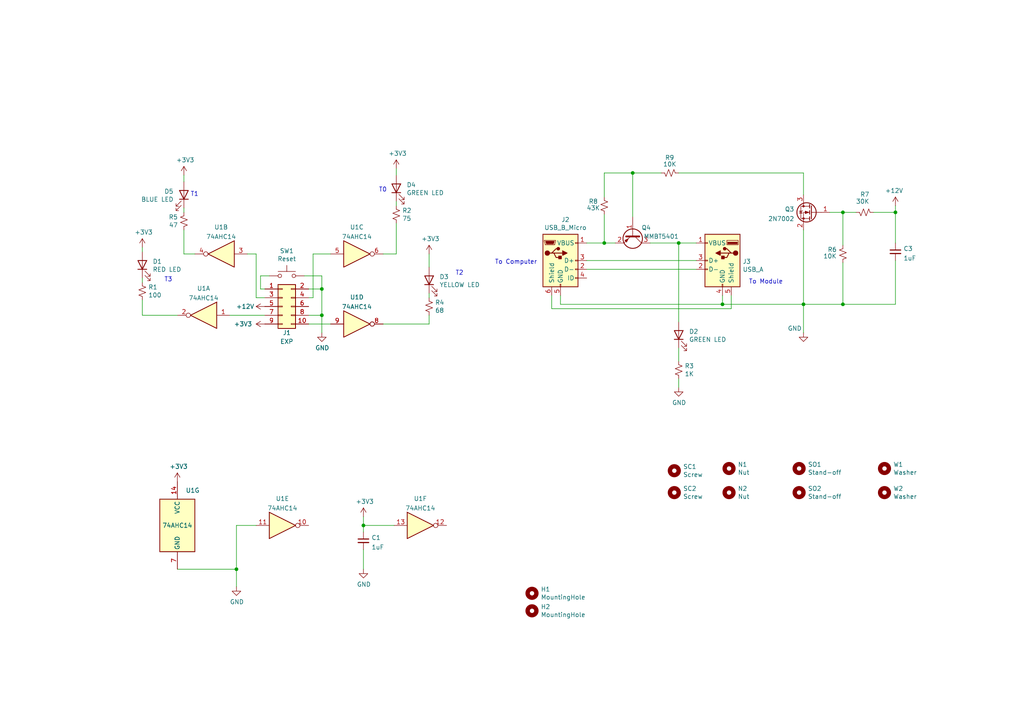
<source format=kicad_sch>
(kicad_sch (version 20211123) (generator eeschema)
  (paper "A4")
  (title_block (rev "1.1"))
  (lib_symbols
    (symbol "74xx:74AHC04"
      (property "Reference" "U" (at 0 1.27 0))
      (property "Value" "74AHC04" (at 0 -1.27 0))
      (symbol "74AHC04_1_0"
        (polyline (pts (xy -3.81 3.81) (xy -3.81 -3.81) (xy 3.81 0) (xy -3.81 3.81)) (stroke (width 0.254)) (fill (type background)))
        (pin input line (at -7.62 0 0) (length 3.81) (name "~") (number "1"))
        (pin output inverted (at 7.62 0 180) (length 3.81) (name "~") (number "2"))
      )
      (symbol "74AHC04_2_0"
        (polyline (pts (xy -3.81 3.81) (xy -3.81 -3.81) (xy 3.81 0) (xy -3.81 3.81)) (stroke (width 0.254)) (fill (type background)))
        (pin input line (at -7.62 0 0) (length 3.81) (name "~") (number "3"))
        (pin output inverted (at 7.62 0 180) (length 3.81) (name "~") (number "4"))
      )
      (symbol "74AHC04_3_0"
        (polyline (pts (xy -3.81 3.81) (xy -3.81 -3.81) (xy 3.81 0) (xy -3.81 3.81)) (stroke (width 0.254)) (fill (type background)))
        (pin input line (at -7.62 0 0) (length 3.81) (name "~") (number "5"))
        (pin output inverted (at 7.62 0 180) (length 3.81) (name "~") (number "6"))
      )
      (symbol "74AHC04_4_0"
        (polyline (pts (xy -3.81 3.81) (xy -3.81 -3.81) (xy 3.81 0) (xy -3.81 3.81)) (stroke (width 0.254)) (fill (type background)))
        (pin output inverted (at 7.62 0 180) (length 3.81) (name "~") (number "8"))
        (pin input line (at -7.62 0 0) (length 3.81) (name "~") (number "9"))
      )
      (symbol "74AHC04_5_0"
        (polyline (pts (xy -3.81 3.81) (xy -3.81 -3.81) (xy 3.81 0) (xy -3.81 3.81)) (stroke (width 0.254)) (fill (type background)))
        (pin output inverted (at 7.62 0 180) (length 3.81) (name "~") (number "10"))
        (pin input line (at -7.62 0 0) (length 3.81) (name "~") (number "11"))
      )
      (symbol "74AHC04_6_0"
        (polyline (pts (xy -3.81 3.81) (xy -3.81 -3.81) (xy 3.81 0) (xy -3.81 3.81)) (stroke (width 0.254)) (fill (type background)))
        (pin output inverted (at 7.62 0 180) (length 3.81) (name "~") (number "12"))
        (pin input line (at -7.62 0 0) (length 3.81) (name "~") (number "13"))
      )
      (symbol "74AHC04_7_0"
        (pin power_in line (at 0 12.7 270) (length 5.08) (name "VCC") (number "14"))
        (pin power_in line (at 0 -12.7 90) (length 5.08) (name "GND") (number "7"))
      )
      (symbol "74AHC04_7_1"
        (rectangle (start -5.08 7.62) (end 5.08 -7.62) (stroke (width 0.254)) (fill (type background)))
      )
    )
    (symbol "Connector:USB_A" (pin_names (offset 1.016))
      (property "Reference" "J" (at -5.08 11.43 0))
      (property "Value" "USB_A" (at -5.08 8.89 0))
      (symbol "USB_A_0_1"
        (rectangle (start -5.08 -7.62) (end 5.08 7.62) (stroke (width 0.254)) (fill (type background)))
        (circle (center -3.81 2.159) (radius 0.635) (stroke (width 0.254)) (fill (type outline)))
        (rectangle (start -1.524 4.826) (end -4.318 5.334) (fill (type outline)))
        (rectangle (start -1.27 4.572) (end -4.572 5.842))
        (circle (center -0.635 3.429) (radius 0.381) (stroke (width 0.254)) (fill (type outline)))
        (rectangle (start -0.127 -7.62) (end 0.127 -6.858))
        (polyline (pts (xy -3.175 2.159) (xy -2.54 2.159) (xy -1.27 3.429) (xy -0.635 3.429)) (stroke (width 0.254)))
        (polyline (pts (xy -2.54 2.159) (xy -1.905 2.159) (xy -1.27 0.889) (xy 0 0.889)) (stroke (width 0.254)))
        (polyline (pts (xy 0.635 2.794) (xy 0.635 1.524) (xy 1.905 2.159) (xy 0.635 2.794)) (stroke (width 0.254)) (fill (type outline)))
        (rectangle (start 0.254 1.27) (end -0.508 0.508) (stroke (width 0.254)) (fill (type outline)))
        (rectangle (start 5.08 -2.667) (end 4.318 -2.413))
        (rectangle (start 5.08 -0.127) (end 4.318 0.127))
        (rectangle (start 5.08 4.953) (end 4.318 5.207))
      )
      (symbol "USB_A_1_1"
        (polyline (pts (xy -1.905 2.159) (xy 0.635 2.159)) (stroke (width 0.254)))
        (pin power_in line (at 7.62 5.08 180) (length 2.54) (name "VBUS") (number "1"))
        (pin bidirectional line (at 7.62 -2.54 180) (length 2.54) (name "D-") (number "2"))
        (pin bidirectional line (at 7.62 0 180) (length 2.54) (name "D+") (number "3"))
        (pin power_in line (at 0 -10.16 90) (length 2.54) (name "GND") (number "4"))
        (pin passive line (at -2.54 -10.16 90) (length 2.54) (name "Shield") (number "5"))
      )
    )
    (symbol "Connector:USB_B_Micro" (pin_names (offset 1.016))
      (property "Reference" "J" (at -5.08 11.43 0))
      (property "Value" "USB_B_Micro" (at -5.08 8.89 0))
      (symbol "USB_B_Micro_0_1"
        (rectangle (start -5.08 -7.62) (end 5.08 7.62) (stroke (width 0.254)) (fill (type background)))
        (circle (center -3.81 2.159) (radius 0.635) (stroke (width 0.254)) (fill (type outline)))
        (circle (center -0.635 3.429) (radius 0.381) (stroke (width 0.254)) (fill (type outline)))
        (rectangle (start -0.127 -7.62) (end 0.127 -6.858))
        (polyline (pts (xy -1.905 2.159) (xy 0.635 2.159)) (stroke (width 0.254)))
        (polyline (pts (xy -3.175 2.159) (xy -2.54 2.159) (xy -1.27 3.429) (xy -0.635 3.429)) (stroke (width 0.254)))
        (polyline (pts (xy -2.54 2.159) (xy -1.905 2.159) (xy -1.27 0.889) (xy 0 0.889)) (stroke (width 0.254)))
        (polyline (pts (xy 0.635 2.794) (xy 0.635 1.524) (xy 1.905 2.159) (xy 0.635 2.794)) (stroke (width 0.254)) (fill (type outline)))
        (polyline (pts (xy -4.318 5.588) (xy -1.778 5.588) (xy -2.032 4.826) (xy -4.064 4.826) (xy -4.318 5.588)) (fill (type outline)))
        (polyline (pts (xy -4.699 5.842) (xy -4.699 5.588) (xy -4.445 4.826) (xy -4.445 4.572) (xy -1.651 4.572) (xy -1.651 4.826) (xy -1.397 5.588) (xy -1.397 5.842) (xy -4.699 5.842)))
        (rectangle (start 0.254 1.27) (end -0.508 0.508) (stroke (width 0.254)) (fill (type outline)))
        (rectangle (start 5.08 -5.207) (end 4.318 -4.953))
        (rectangle (start 5.08 -2.667) (end 4.318 -2.413))
        (rectangle (start 5.08 -0.127) (end 4.318 0.127))
        (rectangle (start 5.08 4.953) (end 4.318 5.207))
      )
      (symbol "USB_B_Micro_1_1"
        (pin power_out line (at 7.62 5.08 180) (length 2.54) (name "VBUS") (number "1"))
        (pin bidirectional line (at 7.62 -2.54 180) (length 2.54) (name "D-") (number "2"))
        (pin bidirectional line (at 7.62 0 180) (length 2.54) (name "D+") (number "3"))
        (pin passive line (at 7.62 -5.08 180) (length 2.54) (name "ID") (number "4"))
        (pin power_out line (at 0 -10.16 90) (length 2.54) (name "GND") (number "5"))
        (pin passive line (at -2.54 -10.16 90) (length 2.54) (name "Shield") (number "6"))
      )
    )
    (symbol "Connector_Generic:Conn_02x05_Odd_Even" (pin_names (offset 1.016) hide)
      (property "Reference" "J" (at 1.27 7.62 0))
      (property "Value" "Conn_02x05_Odd_Even" (at 1.27 -7.62 0))
      (symbol "Conn_02x05_Odd_Even_1_1"
        (rectangle (start -1.27 -4.953) (end 0 -5.207) (stroke (width 0.1524)))
        (rectangle (start -1.27 -2.413) (end 0 -2.667) (stroke (width 0.1524)))
        (rectangle (start -1.27 0.127) (end 0 -0.127) (stroke (width 0.1524)))
        (rectangle (start -1.27 2.667) (end 0 2.413) (stroke (width 0.1524)))
        (rectangle (start -1.27 5.207) (end 0 4.953) (stroke (width 0.1524)))
        (rectangle (start -1.27 6.35) (end 3.81 -6.35) (stroke (width 0.254)) (fill (type background)))
        (rectangle (start 3.81 -4.953) (end 2.54 -5.207) (stroke (width 0.1524)))
        (rectangle (start 3.81 -2.413) (end 2.54 -2.667) (stroke (width 0.1524)))
        (rectangle (start 3.81 0.127) (end 2.54 -0.127) (stroke (width 0.1524)))
        (rectangle (start 3.81 2.667) (end 2.54 2.413) (stroke (width 0.1524)))
        (rectangle (start 3.81 5.207) (end 2.54 4.953) (stroke (width 0.1524)))
        (pin passive line (at -5.08 5.08 0) (length 3.81) (name "Pin_1") (number "1"))
        (pin passive line (at 7.62 -5.08 180) (length 3.81) (name "Pin_10") (number "10"))
        (pin passive line (at 7.62 5.08 180) (length 3.81) (name "Pin_2") (number "2"))
        (pin passive line (at -5.08 2.54 0) (length 3.81) (name "Pin_3") (number "3"))
        (pin passive line (at 7.62 2.54 180) (length 3.81) (name "Pin_4") (number "4"))
        (pin passive line (at -5.08 0 0) (length 3.81) (name "Pin_5") (number "5"))
        (pin passive line (at 7.62 0 180) (length 3.81) (name "Pin_6") (number "6"))
        (pin passive line (at -5.08 -2.54 0) (length 3.81) (name "Pin_7") (number "7"))
        (pin passive line (at 7.62 -2.54 180) (length 3.81) (name "Pin_8") (number "8"))
        (pin passive line (at -5.08 -5.08 0) (length 3.81) (name "Pin_9") (number "9"))
      )
    )
    (symbol "Device:C_Small" (pin_numbers hide) (pin_names (offset 0.254) hide)
      (property "Reference" "C" (at 0.254 1.778 0))
      (property "Value" "C_Small" (at 0.254 -2.032 0))
      (symbol "C_Small_0_1"
        (polyline (pts (xy -1.524 -0.508) (xy 1.524 -0.508)) (stroke (width 0.3302)))
        (polyline (pts (xy -1.524 0.508) (xy 1.524 0.508)) (stroke (width 0.3048)))
      )
      (symbol "C_Small_1_1"
        (pin passive line (at 0 2.54 270) (length 2.032) (name "~") (number "1"))
        (pin passive line (at 0 -2.54 90) (length 2.032) (name "~") (number "2"))
      )
    )
    (symbol "Device:LED" (pin_numbers hide) (pin_names (offset 1.016) hide)
      (property "Reference" "D" (at 0 2.54 0))
      (property "Value" "LED" (at 0 -2.54 0))
      (symbol "LED_0_1"
        (polyline (pts (xy -1.27 -1.27) (xy -1.27 1.27)) (stroke (width 0.254)))
        (polyline (pts (xy -1.27 0) (xy 1.27 0)))
        (polyline (pts (xy 1.27 -1.27) (xy 1.27 1.27) (xy -1.27 0) (xy 1.27 -1.27)) (stroke (width 0.254)))
        (polyline (pts (xy -3.048 -0.762) (xy -4.572 -2.286) (xy -3.81 -2.286) (xy -4.572 -2.286) (xy -4.572 -1.524)))
        (polyline (pts (xy -1.778 -0.762) (xy -3.302 -2.286) (xy -2.54 -2.286) (xy -3.302 -2.286) (xy -3.302 -1.524)))
      )
      (symbol "LED_1_1"
        (pin passive line (at -3.81 0 0) (length 2.54) (name "K") (number "1"))
        (pin passive line (at 3.81 0 180) (length 2.54) (name "A") (number "2"))
      )
    )
    (symbol "Device:R_Small_US" (pin_numbers hide) (pin_names (offset 0.254) hide)
      (property "Reference" "R" (at 0.762 0.508 0))
      (property "Value" "R_Small_US" (at 0.762 -1.016 0))
      (symbol "R_Small_US_1_1"
        (polyline (pts (xy 0 0) (xy 1.016 -0.381) (xy 0 -0.762) (xy -1.016 -1.143) (xy 0 -1.524)))
        (polyline (pts (xy 0 1.524) (xy 1.016 1.143) (xy 0 0.762) (xy -1.016 0.381) (xy 0 0)))
        (pin passive line (at 0 2.54 270) (length 1.016) (name "~") (number "1"))
        (pin passive line (at 0 -2.54 90) (length 1.016) (name "~") (number "2"))
      )
    )
    (symbol "Mechanical:MountingHole" (pin_names (offset 1.016))
      (property "Reference" "H" (at 0 5.08 0))
      (property "Value" "MountingHole" (at 0 3.175 0))
      (symbol "MountingHole_0_1"
        (circle (center 0 0) (radius 1.27) (stroke (width 1.27)))
      )
    )
    (symbol "Switch:SW_Push" (pin_numbers hide) (pin_names (offset 1.016) hide)
      (property "Reference" "SW" (at 1.27 2.54 0))
      (property "Value" "SW_Push" (at 0 -1.524 0))
      (symbol "SW_Push_0_1"
        (circle (center -2.032 0) (radius 0.508))
        (polyline (pts (xy 0 1.27) (xy 0 3.048)))
        (polyline (pts (xy 2.54 1.27) (xy -2.54 1.27)))
        (circle (center 2.032 0) (radius 0.508))
        (pin passive line (at -5.08 0 0) (length 2.54) (name "1") (number "1"))
        (pin passive line (at 5.08 0 180) (length 2.54) (name "2") (number "2"))
      )
    )
    (symbol "Transistor_BJT:MMBT3906" (pin_names (offset 0) hide)
      (property "Reference" "Q" (at 5.08 1.905 0))
      (property "Value" "MMBT3906" (at 5.08 0 0))
      (symbol "MMBT3906_0_1"
        (polyline (pts (xy 0.635 0.635) (xy 2.54 2.54)))
        (polyline (pts (xy 0.635 -0.635) (xy 2.54 -2.54) (xy 2.54 -2.54)))
        (polyline (pts (xy 0.635 1.905) (xy 0.635 -1.905) (xy 0.635 -1.905)) (stroke (width 0.508)))
        (polyline (pts (xy 2.286 -1.778) (xy 1.778 -2.286) (xy 1.27 -1.27) (xy 2.286 -1.778) (xy 2.286 -1.778)) (fill (type outline)))
        (circle (center 1.27 0) (radius 2.8194) (stroke (width 0.254)))
      )
      (symbol "MMBT3906_1_1"
        (pin input line (at -5.08 0 0) (length 5.715) (name "B") (number "1"))
        (pin passive line (at 2.54 -5.08 90) (length 2.54) (name "E") (number "2"))
        (pin passive line (at 2.54 5.08 270) (length 2.54) (name "C") (number "3"))
      )
    )
    (symbol "Transistor_FET:2N7002" (pin_names hide)
      (property "Reference" "Q" (at 5.08 1.905 0))
      (property "Value" "2N7002" (at 5.08 0 0))
      (symbol "2N7002_0_1"
        (polyline (pts (xy 0.254 0) (xy -2.54 0)))
        (polyline (pts (xy 0.254 1.905) (xy 0.254 -1.905)) (stroke (width 0.254)))
        (polyline (pts (xy 0.762 -1.27) (xy 0.762 -2.286)) (stroke (width 0.254)))
        (polyline (pts (xy 0.762 0.508) (xy 0.762 -0.508)) (stroke (width 0.254)))
        (polyline (pts (xy 0.762 2.286) (xy 0.762 1.27)) (stroke (width 0.254)))
        (polyline (pts (xy 2.54 2.54) (xy 2.54 1.778)))
        (polyline (pts (xy 2.54 -2.54) (xy 2.54 0) (xy 0.762 0)))
        (polyline (pts (xy 0.762 -1.778) (xy 3.302 -1.778) (xy 3.302 1.778) (xy 0.762 1.778)))
        (polyline (pts (xy 1.016 0) (xy 2.032 0.381) (xy 2.032 -0.381) (xy 1.016 0)) (fill (type outline)))
        (polyline (pts (xy 2.794 0.508) (xy 2.921 0.381) (xy 3.683 0.381) (xy 3.81 0.254)))
        (polyline (pts (xy 3.302 0.381) (xy 2.921 -0.254) (xy 3.683 -0.254) (xy 3.302 0.381)))
        (circle (center 1.651 0) (radius 2.794) (stroke (width 0.254)))
        (circle (center 2.54 -1.778) (radius 0.254) (fill (type outline)))
        (circle (center 2.54 1.778) (radius 0.254) (fill (type outline)))
      )
      (symbol "2N7002_1_1"
        (pin input line (at -5.08 0 0) (length 2.54) (name "G") (number "1"))
        (pin passive line (at 2.54 -5.08 90) (length 2.54) (name "S") (number "2"))
        (pin passive line (at 2.54 5.08 270) (length 2.54) (name "D") (number "3"))
      )
    )
    (symbol "power:+12V" (power) (pin_names (offset 0))
      (property "Value" "+12V" (at 0 3.556 0))
      (symbol "+12V_0_1"
        (polyline (pts (xy -0.762 1.27) (xy 0 2.54)))
        (polyline (pts (xy 0 0) (xy 0 2.54)))
        (polyline (pts (xy 0 2.54) (xy 0.762 1.27)))
      )
      (symbol "+12V_1_1"
        (pin power_in line (at 0 0 90) (length 0) hide (name "+12V") (number "1"))
      )
    )
    (symbol "power:+3.3V" (power) (pin_names (offset 0))
      (property "Value" "+3.3V" (at 0 3.556 0))
      (symbol "+3.3V_0_1"
        (polyline (pts (xy -0.762 1.27) (xy 0 2.54)))
        (polyline (pts (xy 0 0) (xy 0 2.54)))
        (polyline (pts (xy 0 2.54) (xy 0.762 1.27)))
      )
      (symbol "+3.3V_1_1"
        (pin power_in line (at 0 0 90) (length 0) hide (name "+3V3") (number "1"))
      )
    )
    (symbol "power:GND" (power) (pin_names (offset 0))
      (property "Value" "GND" (at 0 -3.81 0))
      (symbol "GND_0_1"
        (polyline (pts (xy 0 0) (xy 0 -1.27) (xy 1.27 -1.27) (xy 0 -2.54) (xy -1.27 -1.27) (xy 0 -1.27)))
      )
      (symbol "GND_1_1"
        (pin power_in line (at 0 0 270) (length 0) hide (name "GND") (number "1"))
      )
    )
  )
  (junction (at 68.58 165.1))
  (junction (at 209.55 88.265))
  (junction (at 183.515 50.165))
  (junction (at 93.345 91.44))
  (junction (at 244.475 61.595))
  (junction (at 196.85 70.485))
  (junction (at 105.41 152.4))
  (junction (at 259.715 61.595))
  (junction (at 233.045 88.265))
  (junction (at 244.475 88.265))
  (junction (at 175.26 70.485))
  (junction (at 93.345 83.82))
  (wire (pts (xy 105.41 159.385) (xy 105.41 165.1)))
  (wire (pts (xy 175.26 57.15) (xy 175.26 50.165)))
  (wire (pts (xy 66.675 91.44) (xy 76.835 91.44)))
  (wire (pts (xy 41.275 71.755) (xy 41.275 73.025)))
  (wire (pts (xy 93.345 80.01) (xy 93.345 83.82)))
  (wire (pts (xy 188.595 70.485) (xy 196.85 70.485)))
  (wire (pts (xy 114.935 73.66) (xy 111.125 73.66)))
  (wire (pts (xy 105.41 149.86) (xy 105.41 152.4)))
  (wire (pts (xy 90.805 73.66) (xy 95.885 73.66)))
  (wire (pts (xy 170.18 70.485) (xy 175.26 70.485)))
  (wire (pts (xy 233.045 88.265) (xy 233.045 96.52)))
  (wire (pts (xy 248.285 61.595) (xy 244.475 61.595)))
  (wire (pts (xy 233.045 66.675) (xy 233.045 88.265)))
  (wire (pts (xy 183.515 62.865) (xy 183.515 50.165)))
  (wire (pts (xy 196.85 100.965) (xy 196.85 104.775)))
  (wire (pts (xy 259.715 61.595) (xy 253.365 61.595)))
  (wire (pts (xy 53.34 66.675) (xy 53.34 73.66)))
  (wire (pts (xy 41.275 86.995) (xy 41.275 91.44)))
  (wire (pts (xy 88.265 80.01) (xy 93.345 80.01)))
  (wire (pts (xy 90.805 86.36) (xy 90.805 73.66)))
  (wire (pts (xy 209.55 88.265) (xy 233.045 88.265)))
  (wire (pts (xy 93.345 91.44) (xy 93.345 96.52)))
  (wire (pts (xy 196.85 109.855) (xy 196.85 112.395)))
  (wire (pts (xy 114.935 48.895) (xy 114.935 50.8)))
  (wire (pts (xy 68.58 165.1) (xy 68.58 152.4)))
  (wire (pts (xy 68.58 152.4) (xy 74.295 152.4)))
  (wire (pts (xy 105.41 152.4) (xy 105.41 154.305)))
  (wire (pts (xy 233.045 56.515) (xy 233.045 50.165)))
  (wire (pts (xy 259.715 88.265) (xy 244.475 88.265)))
  (wire (pts (xy 75.565 83.82) (xy 75.565 80.01)))
  (wire (pts (xy 89.535 83.82) (xy 93.345 83.82)))
  (wire (pts (xy 53.34 73.66) (xy 56.515 73.66)))
  (wire (pts (xy 124.46 91.44) (xy 124.46 93.98)))
  (wire (pts (xy 175.26 50.165) (xy 183.515 50.165)))
  (wire (pts (xy 89.535 91.44) (xy 93.345 91.44)))
  (wire (pts (xy 68.58 170.18) (xy 68.58 165.1)))
  (wire (pts (xy 41.275 80.645) (xy 41.275 81.915)))
  (wire (pts (xy 53.34 60.325) (xy 53.34 61.595)))
  (wire (pts (xy 244.475 88.265) (xy 233.045 88.265)))
  (wire (pts (xy 124.46 85.09) (xy 124.46 86.36)))
  (wire (pts (xy 124.46 73.66) (xy 124.46 77.47)))
  (wire (pts (xy 76.835 86.36) (xy 74.295 86.36)))
  (wire (pts (xy 259.715 61.595) (xy 259.715 70.485)))
  (wire (pts (xy 259.715 75.565) (xy 259.715 88.265)))
  (wire (pts (xy 160.02 85.725) (xy 160.02 89.535)))
  (wire (pts (xy 175.26 70.485) (xy 178.435 70.485)))
  (wire (pts (xy 244.475 71.12) (xy 244.475 61.595)))
  (wire (pts (xy 170.18 78.105) (xy 201.93 78.105)))
  (wire (pts (xy 93.345 83.82) (xy 93.345 91.44)))
  (wire (pts (xy 175.26 62.23) (xy 175.26 70.485)))
  (wire (pts (xy 244.475 76.2) (xy 244.475 88.265)))
  (wire (pts (xy 74.295 86.36) (xy 74.295 73.66)))
  (wire (pts (xy 259.715 59.69) (xy 259.715 61.595)))
  (wire (pts (xy 233.045 50.165) (xy 196.85 50.165)))
  (wire (pts (xy 75.565 80.01) (xy 78.105 80.01)))
  (wire (pts (xy 89.535 86.36) (xy 90.805 86.36)))
  (wire (pts (xy 170.18 75.565) (xy 201.93 75.565)))
  (wire (pts (xy 196.85 70.485) (xy 201.93 70.485)))
  (wire (pts (xy 53.34 50.8) (xy 53.34 52.705)))
  (wire (pts (xy 114.935 58.42) (xy 114.935 59.69)))
  (wire (pts (xy 105.41 152.4) (xy 114.3 152.4)))
  (wire (pts (xy 51.435 165.1) (xy 68.58 165.1)))
  (wire (pts (xy 209.55 88.265) (xy 209.55 85.725)))
  (wire (pts (xy 51.435 91.44) (xy 41.275 91.44)))
  (wire (pts (xy 162.56 85.725) (xy 162.56 88.265)))
  (wire (pts (xy 244.475 61.595) (xy 240.665 61.595)))
  (wire (pts (xy 114.935 64.77) (xy 114.935 73.66)))
  (wire (pts (xy 71.755 73.66) (xy 74.295 73.66)))
  (wire (pts (xy 212.09 89.535) (xy 212.09 85.725)))
  (wire (pts (xy 160.02 89.535) (xy 212.09 89.535)))
  (wire (pts (xy 183.515 50.165) (xy 191.77 50.165)))
  (wire (pts (xy 89.535 93.98) (xy 95.885 93.98)))
  (wire (pts (xy 111.125 93.98) (xy 124.46 93.98)))
  (wire (pts (xy 76.835 83.82) (xy 75.565 83.82)))
  (wire (pts (xy 196.85 70.485) (xy 196.85 93.345)))
  (wire (pts (xy 162.56 88.265) (xy 209.55 88.265)))
  (text "To Computer" (at 143.51 76.835 0) (effects (font (size 1.27 1.27)) (justify left bottom)))
  (text "T0" (at 109.855 55.88 0) (effects (font (size 1.27 1.27)) (justify left bottom)))
  (text "T1" (at 55.245 57.15 0) (effects (font (size 1.27 1.27)) (justify left bottom)))
  (text "T3" (at 47.625 81.915 0) (effects (font (size 1.27 1.27)) (justify left bottom)))
  (text "To Module" (at 217.17 82.55 0) (effects (font (size 1.27 1.27)) (justify left bottom)))
  (text "T2" (at 132.08 80.01 0) (effects (font (size 1.27 1.27)) (justify left bottom)))
  (symbol (lib_id "Mechanical:MountingHole") (at 154.305 172.085 0) (unit 1) (in_bom no)
    (property "Reference" "H1" (at 156.845 170.9166 0) (effects (justify left)))
    (property "Value" "MountingHole" (at 156.845 173.228 0) (effects (justify left)))
    (property "Footprint" "MountingHole:MountingHole_2.5mm" (effects hide))
  )
  (symbol (lib_id "Mechanical:MountingHole") (at 154.305 177.165 0) (unit 1) (in_bom no)
    (property "Reference" "H2" (at 156.845 175.9966 0) (effects (justify left)))
    (property "Value" "MountingHole" (at 156.845 178.308 0) (effects (justify left)))
    (property "Footprint" "MountingHole:MountingHole_2.5mm" (effects hide))
  )
  (symbol (lib_id "Device:R_Small_US") (at 124.46 88.9 180) (unit 1)
    (property "Reference" "R4" (at 126.1872 87.7316 0) (effects (justify right)))
    (property "Value" "68" (at 126.1872 90.043 0) (effects (justify right)))
    (property "Footprint" "Resistor_SMD:R_0805_2012Metric_Pad1.20x1.40mm_HandSolder" (effects hide))
    (property "LCSC Part #" "C17802" (effects hide))
  )
  (symbol (lib_id "Device:LED") (at 124.46 81.28 90) (unit 1)
    (property "Reference" "D3" (at 127.4572 80.2894 90) (effects (justify right)))
    (property "Value" "YELLOW LED" (at 127.4572 82.6008 90) (effects (justify right)))
    (property "Footprint" "LED_THT:LED_D3.0mm" (effects hide))
    (property "Digi-Key Part" "732-5010-ND" (effects hide))
  )
  (symbol (lib_id "Switch:SW_Push") (at 83.185 80.01 0) (unit 1)
    (property "Reference" "SW1" (at 83.185 72.771 0))
    (property "Value" "Reset" (at 83.185 75.0824 0))
    (property "Footprint" "Button_Switch_THT:SW_PUSH_6mm" (effects hide))
    (property "Digi-Key Part" "450-1940-ND" (effects hide))
  )
  (symbol (lib_id "power:+3.3V") (at 76.835 93.98 90) (unit 1)
    (property "Reference" "#PWR0101" (effects hide))
    (property "Value" "+3.3V" (at 70.485 93.98 90))
  )
  (symbol (lib_id "Device:R_Small_US") (at 41.275 84.455 180) (unit 1)
    (property "Reference" "R1" (at 43.0022 83.2866 0) (effects (justify right)))
    (property "Value" "100" (at 43.0022 85.598 0) (effects (justify right)))
    (property "Footprint" "Resistor_SMD:R_0805_2012Metric_Pad1.20x1.40mm_HandSolder" (effects hide))
    (property "LCSC Part #" "C17408" (effects hide))
  )
  (symbol (lib_id "Device:LED") (at 41.275 76.835 90) (unit 1)
    (property "Reference" "D1" (at 44.2722 75.8444 90) (effects (justify right)))
    (property "Value" "RED LED" (at 44.2722 78.1558 90) (effects (justify right)))
    (property "Footprint" "LED_THT:LED_D3.0mm" (effects hide))
    (property "Digi-Key Part" "732-5005-ND" (effects hide))
  )
  (symbol (lib_id "Device:LED") (at 196.85 97.155 90) (unit 1)
    (property "Reference" "D2" (at 199.8472 96.1644 90) (effects (justify right)))
    (property "Value" "GREEN LED" (at 199.8472 98.4758 90) (effects (justify right)))
    (property "Footprint" "LED_THT:LED_D3.0mm" (effects hide))
    (property "Digi-Key Part" "732-5008-ND" (effects hide))
  )
  (symbol (lib_id "power:GND") (at 196.85 112.395 0) (unit 1)
    (property "Reference" "#PWR06" (effects hide))
    (property "Value" "GND" (at 196.977 116.7892 0))
  )
  (symbol (lib_id "Connector:USB_B_Micro") (at 162.56 75.565 0) (unit 1)
    (property "Reference" "J2" (at 164.0078 63.7032 0))
    (property "Value" "USB_B_Micro" (at 164.0078 66.0146 0))
    (property "Footprint" "Connector_USB:USB_Micro-B_Wuerth_614105150721_Vertical" (effects hide))
    (property "Digi-Key Part" "2073-USB3131-30-0230-ACT-ND" (effects hide))
  )
  (symbol (lib_id "Connector:USB_A") (at 209.55 75.565 0) (mirror y) (unit 1)
    (property "Reference" "J3" (at 215.392 75.8444 0) (effects (justify right)))
    (property "Value" "USB_A" (at 215.392 78.1558 0) (effects (justify right)))
    (property "Footprint" "sputterizer:USB_A_Amphenol_UE27AE54100_Vertical" (effects hide))
    (property "Datasheet" " ~" (effects hide))
    (property "Digi-Key Part" "UE27AE54100-ND" (effects hide))
    (property "LCSC Part #" "C718031" (effects hide))
  )
  (symbol (lib_id "power:+12V") (at 76.835 88.9 90) (unit 1)
    (property "Reference" "#PWR01" (effects hide))
    (property "Value" "+12V" (at 71.12 88.9 90))
  )
  (symbol (lib_id "power:GND") (at 93.345 96.52 0) (unit 1)
    (property "Reference" "#PWR02" (effects hide))
    (property "Value" "GND" (at 93.472 100.9142 0))
  )
  (symbol (lib_id "power:GND") (at 233.045 96.52 0) (mirror y) (unit 1)
    (property "Reference" "#PWR04" (effects hide))
    (property "Value" "GND" (at 230.505 95.25 0))
  )
  (symbol (lib_id "Device:R_Small_US") (at 244.475 73.66 0) (mirror y) (unit 1)
    (property "Reference" "R6" (at 240.03 72.39 0) (effects (justify right)))
    (property "Value" "10K" (at 238.76 74.295 0) (effects (justify right)))
    (property "Footprint" "Resistor_SMD:R_0805_2012Metric_Pad1.20x1.40mm_HandSolder" (effects hide))
    (property "LCSC Part #" "C17414" (effects hide))
  )
  (symbol (lib_id "Mechanical:MountingHole") (at 231.775 135.89 0) (unit 1) (on_board no)
    (property "Reference" "SO1" (at 234.315 134.7216 0) (effects (justify left)))
    (property "Value" "Stand-off" (at 234.315 137.033 0) (effects (justify left)))
    (property "Footprint" "MountingHole:MountingHole_2.5mm" (effects hide))
    (property "Digi-Key Part" "1772-2756-ND" (effects hide))
  )
  (symbol (lib_id "74xx:74AHC04") (at 81.915 152.4 0) (unit 5)
    (property "Reference" "U1" (at 81.915 144.6235 0))
    (property "Value" "74AHC14" (at 81.915 147.3986 0))
    (property "Footprint" "Package_SO:SOIC-14_3.9x8.7mm_P1.27mm" (effects hide))
    (property "Datasheet" "https://assets.nexperia.com/documents/data-sheet/74AHC_AHCT04.pdf" (effects hide))
    (property "LCSC Part #" "C5605" (effects hide))
  )
  (symbol (lib_id "power:+3.3V") (at 105.41 149.86 0) (unit 1)
    (property "Reference" "#PWR011" (effects hide))
    (property "Value" "+3.3V" (at 105.791 145.4658 0))
  )
  (symbol (lib_id "Device:R_Small_US") (at 196.85 107.315 180) (unit 1)
    (property "Reference" "R3" (at 198.5772 106.1466 0) (effects (justify right)))
    (property "Value" "1K" (at 198.5772 108.458 0) (effects (justify right)))
    (property "Footprint" "Resistor_SMD:R_0805_2012Metric_Pad1.20x1.40mm_HandSolder" (effects hide))
    (property "LCSC Part #" "C17513" (effects hide))
  )
  (symbol (lib_id "74xx:74AHC04") (at 51.435 152.4 0) (unit 7)
    (property "Reference" "U1" (at 55.88 142.24 0))
    (property "Value" "74AHC14" (at 51.435 152.4 0))
    (property "Footprint" "Package_SO:SOIC-14_3.9x8.7mm_P1.27mm" (effects hide))
    (property "Datasheet" "https://assets.nexperia.com/documents/data-sheet/74AHC_AHCT04.pdf" (effects hide))
    (property "LCSC Part #" "C5605" (effects hide))
  )
  (symbol (lib_id "Device:C_Small") (at 259.715 73.025 0) (unit 1)
    (property "Reference" "C3" (at 262.0391 72.1228 0) (effects (justify left)))
    (property "Value" "1uF" (at 262.0391 74.8979 0) (effects (justify left)))
    (property "Footprint" "Capacitor_SMD:C_0805_2012Metric" (effects hide))
    (property "LCSC Part #" "C28323" (effects hide))
  )
  (symbol (lib_id "Transistor_BJT:MMBT3906") (at 183.515 67.945 270) (unit 1)
    (property "Reference" "Q4" (at 186.055 66.04 90) (effects (justify left)))
    (property "Value" "MMBT5401" (at 186.69 68.58 90) (effects (justify left)))
    (property "Footprint" "Package_TO_SOT_SMD:SOT-23" (effects hide))
    (property "Datasheet" "https://www.onsemi.com/pub/Collateral/2N3906-D.PDF" (effects hide))
    (property "LCSC Part #" "C8326" (effects hide))
  )
  (symbol (lib_id "Device:C_Small") (at 105.41 156.845 0) (unit 1)
    (property "Reference" "C1" (at 107.7341 155.9428 0) (effects (justify left)))
    (property "Value" "1uF" (at 107.7341 158.7179 0) (effects (justify left)))
    (property "Footprint" "Capacitor_SMD:C_0805_2012Metric" (effects hide))
    (property "LCSC Part #" "C28323" (effects hide))
  )
  (symbol (lib_id "Mechanical:MountingHole") (at 211.455 142.875 0) (unit 1) (on_board no)
    (property "Reference" "N2" (at 213.995 141.7066 0) (effects (justify left)))
    (property "Value" "Nut" (at 213.995 144.018 0) (effects (justify left)))
    (property "Footprint" "MountingHole:MountingHole_2.5mm" (effects hide))
    (property "Digi-Key Part" "36-4687-ND" (effects hide))
  )
  (symbol (lib_id "Device:R_Small_US") (at 114.935 62.23 180) (unit 1)
    (property "Reference" "R2" (at 116.6622 61.0616 0) (effects (justify right)))
    (property "Value" "75" (at 116.6622 63.373 0) (effects (justify right)))
    (property "Footprint" "Resistor_SMD:R_0805_2012Metric_Pad1.20x1.40mm_HandSolder" (effects hide))
    (property "LCSC Part #" "C17820" (effects hide))
  )
  (symbol (lib_id "power:+3.3V") (at 124.46 73.66 0) (unit 1)
    (property "Reference" "#PWR08" (effects hide))
    (property "Value" "+3.3V" (at 124.841 69.2658 0))
  )
  (symbol (lib_id "Connector_Generic:Conn_02x05_Odd_Even") (at 81.915 88.9 0) (unit 1)
    (property "Reference" "J1" (at 83.185 96.52 0))
    (property "Value" "EXP" (at 83.185 99.06 0))
    (property "Footprint" "Connector_PinHeader_2.54mm:PinHeader_2x05_P2.54mm_Vertical_SMD" (effects hide))
    (property "Digi-Key Part" "S2011EC-05-ND" (effects hide))
    (property "LCSC Part #" "C124391" (effects hide))
  )
  (symbol (lib_id "Mechanical:MountingHole") (at 195.58 136.525 0) (unit 1) (on_board no)
    (property "Reference" "SC1" (at 198.12 135.3566 0) (effects (justify left)))
    (property "Value" "Screw" (at 198.12 137.668 0) (effects (justify left)))
    (property "Footprint" "MountingHole:MountingHole_2.5mm" (effects hide))
    (property "Digi-Key Part" "145-50M025045G004-ND" (effects hide))
  )
  (symbol (lib_id "power:+3.3V") (at 114.935 48.895 0) (unit 1)
    (property "Reference" "#PWR05" (effects hide))
    (property "Value" "+3.3V" (at 115.316 44.5008 0))
  )
  (symbol (lib_id "power:+12V") (at 259.715 59.69 0) (mirror y) (unit 1)
    (property "Reference" "#PWR0102" (effects hide))
    (property "Value" "+12V" (at 259.334 55.2958 0))
  )
  (symbol (lib_id "74xx:74AHC04") (at 59.055 91.44 0) (mirror y) (unit 1)
    (property "Reference" "U1" (at 59.055 83.6635 0))
    (property "Value" "74AHC14" (at 59.055 86.4386 0))
    (property "Footprint" "Package_SO:SOIC-14_3.9x8.7mm_P1.27mm" (effects hide))
    (property "Datasheet" "https://assets.nexperia.com/documents/data-sheet/74AHC_AHCT04.pdf" (effects hide))
    (property "LCSC Part #" "C5605" (effects hide))
  )
  (symbol (lib_id "Device:LED") (at 53.34 56.515 270) (mirror x) (unit 1)
    (property "Reference" "D5" (at 50.3428 55.5244 90) (effects (justify right)))
    (property "Value" "BLUE LED" (at 50.3428 57.8358 90) (effects (justify right)))
    (property "Footprint" "LED_THT:LED_D3.0mm" (effects hide))
    (property "Digi-Key Part" "160-1035-ND" (effects hide))
  )
  (symbol (lib_id "Device:LED") (at 114.935 54.61 90) (unit 1)
    (property "Reference" "D4" (at 117.9322 53.6194 90) (effects (justify right)))
    (property "Value" "GREEN LED" (at 117.9322 55.9308 90) (effects (justify right)))
    (property "Footprint" "LED_THT:LED_D3.0mm" (effects hide))
    (property "Digi-Key Part" "732-5008-ND" (effects hide))
  )
  (symbol (lib_id "power:+3.3V") (at 51.435 139.7 0) (unit 1)
    (property "Reference" "#PWR09" (effects hide))
    (property "Value" "+3.3V" (at 51.816 135.3058 0))
  )
  (symbol (lib_id "Mechanical:MountingHole") (at 195.58 142.875 0) (unit 1) (on_board no)
    (property "Reference" "SC2" (at 198.12 141.7066 0) (effects (justify left)))
    (property "Value" "Screw" (at 198.12 144.018 0) (effects (justify left)))
    (property "Footprint" "MountingHole:MountingHole_2.5mm" (effects hide))
    (property "Digi-Key Part" "145-50M025045G004-ND" (effects hide))
  )
  (symbol (lib_id "Transistor_FET:2N7002") (at 235.585 61.595 0) (mirror y) (unit 1)
    (property "Reference" "Q3" (at 230.3781 60.6865 0) (effects (justify left)))
    (property "Value" "2N7002" (at 230.3781 63.4616 0) (effects (justify left)))
    (property "Footprint" "Package_TO_SOT_SMD:SOT-23" (effects hide))
    (property "Datasheet" "https://www.onsemi.com/pub/Collateral/NDS7002A-D.PDF" (effects hide))
    (property "LCSC Part #" "C8545" (effects hide))
  )
  (symbol (lib_id "power:+3.3V") (at 53.34 50.8 0) (unit 1)
    (property "Reference" "#PWR07" (effects hide))
    (property "Value" "+3.3V" (at 53.721 46.4058 0))
  )
  (symbol (lib_id "Mechanical:MountingHole") (at 256.54 142.875 0) (unit 1) (on_board no)
    (property "Reference" "W2" (at 259.08 141.7066 0) (effects (justify left)))
    (property "Value" "Washer" (at 259.08 144.018 0) (effects (justify left)))
    (property "Footprint" "MountingHole:MountingHole_2.5mm" (effects hide))
    (property "Digi-Key Part" "RPC3448-ND" (effects hide))
  )
  (symbol (lib_id "74xx:74AHC04") (at 121.92 152.4 0) (unit 6)
    (property "Reference" "U1" (at 121.92 144.6235 0))
    (property "Value" "74AHC14" (at 121.92 147.3986 0))
    (property "Footprint" "Package_SO:SOIC-14_3.9x8.7mm_P1.27mm" (effects hide))
    (property "Datasheet" "https://assets.nexperia.com/documents/data-sheet/74AHC_AHCT04.pdf" (effects hide))
    (property "LCSC Part #" "C5605" (effects hide))
  )
  (symbol (lib_id "Device:R_Small_US") (at 194.31 50.165 270) (mirror x) (unit 1)
    (property "Reference" "R9" (at 195.58 45.72 90) (effects (justify right)))
    (property "Value" "10K" (at 196.215 47.625 90) (effects (justify right)))
    (property "Footprint" "Resistor_SMD:R_0805_2012Metric_Pad1.20x1.40mm_HandSolder" (effects hide))
    (property "LCSC Part #" "C17414" (effects hide))
  )
  (symbol (lib_id "Mechanical:MountingHole") (at 231.775 142.875 0) (unit 1) (on_board no)
    (property "Reference" "SO2" (at 234.315 141.7066 0) (effects (justify left)))
    (property "Value" "Stand-off" (at 234.315 144.018 0) (effects (justify left)))
    (property "Footprint" "MountingHole:MountingHole_2.5mm" (effects hide))
    (property "Digi-Key Part" "1772-2756-ND" (effects hide))
  )
  (symbol (lib_id "power:+3.3V") (at 41.275 71.755 0) (unit 1)
    (property "Reference" "#PWR03" (effects hide))
    (property "Value" "+3.3V" (at 41.656 67.3608 0))
  )
  (symbol (lib_id "74xx:74AHC04") (at 103.505 73.66 0) (unit 3)
    (property "Reference" "U1" (at 103.505 65.8835 0))
    (property "Value" "74AHC14" (at 103.505 68.6586 0))
    (property "Footprint" "Package_SO:SOIC-14_3.9x8.7mm_P1.27mm" (effects hide))
    (property "Datasheet" "https://assets.nexperia.com/documents/data-sheet/74AHC_AHCT04.pdf" (effects hide))
    (property "LCSC Part #" "C5605" (effects hide))
  )
  (symbol (lib_id "Device:R_Small_US") (at 250.825 61.595 90) (mirror x) (unit 1)
    (property "Reference" "R7" (at 250.825 56.388 90))
    (property "Value" "30K" (at 250.19 58.42 90))
    (property "Footprint" "Resistor_SMD:R_0805_2012Metric_Pad1.20x1.40mm_HandSolder" (effects hide))
    (property "LCSC Part #" "C17621" (effects hide))
  )
  (symbol (lib_id "Device:R_Small_US") (at 53.34 64.135 0) (mirror x) (unit 1)
    (property "Reference" "R5" (at 51.6128 62.9666 0) (effects (justify right)))
    (property "Value" "47" (at 51.6128 65.278 0) (effects (justify right)))
    (property "Footprint" "Resistor_SMD:R_0805_2012Metric_Pad1.20x1.40mm_HandSolder" (effects hide))
    (property "LCSC Part #" "C17714" (effects hide))
  )
  (symbol (lib_id "74xx:74AHC04") (at 103.505 93.98 0) (unit 4)
    (property "Reference" "U1" (at 103.505 86.2035 0))
    (property "Value" "74AHC14" (at 103.505 88.9786 0))
    (property "Footprint" "Package_SO:SOIC-14_3.9x8.7mm_P1.27mm" (effects hide))
    (property "Datasheet" "https://assets.nexperia.com/documents/data-sheet/74AHC_AHCT04.pdf" (effects hide))
    (property "LCSC Part #" "C5605" (effects hide))
  )
  (symbol (lib_id "Device:R_Small_US") (at 175.26 59.69 0) (unit 1)
    (property "Reference" "R8" (at 172.085 58.42 0))
    (property "Value" "43K" (at 172.085 60.325 0))
    (property "Footprint" "Resistor_SMD:R_0805_2012Metric_Pad1.20x1.40mm_HandSolder" (effects hide))
    (property "LCSC Part #" "C17695" (effects hide))
  )
  (symbol (lib_id "power:GND") (at 105.41 165.1 0) (unit 1)
    (property "Reference" "#PWR012" (effects hide))
    (property "Value" "GND" (at 105.537 169.4942 0))
  )
  (symbol (lib_id "74xx:74AHC04") (at 64.135 73.66 0) (mirror y) (unit 2)
    (property "Reference" "U1" (at 64.135 65.8835 0))
    (property "Value" "74AHC14" (at 64.135 68.6586 0))
    (property "Footprint" "Package_SO:SOIC-14_3.9x8.7mm_P1.27mm" (effects hide))
    (property "Datasheet" "https://assets.nexperia.com/documents/data-sheet/74AHC_AHCT04.pdf" (effects hide))
    (property "LCSC Part #" "C5605" (effects hide))
  )
  (symbol (lib_id "power:GND") (at 68.58 170.18 0) (unit 1)
    (property "Reference" "#PWR010" (effects hide))
    (property "Value" "GND" (at 68.707 174.5742 0))
  )
  (symbol (lib_id "Mechanical:MountingHole") (at 211.455 135.89 0) (unit 1) (on_board no)
    (property "Reference" "N1" (at 213.995 134.7216 0) (effects (justify left)))
    (property "Value" "Nut" (at 213.995 137.033 0) (effects (justify left)))
    (property "Footprint" "MountingHole:MountingHole_2.5mm" (effects hide))
    (property "Digi-Key Part" "36-4687-ND" (effects hide))
  )
  (symbol (lib_id "Mechanical:MountingHole") (at 256.54 135.89 0) (unit 1) (on_board no)
    (property "Reference" "W1" (at 259.08 134.7216 0) (effects (justify left)))
    (property "Value" "Washer" (at 259.08 137.033 0) (effects (justify left)))
    (property "Footprint" "MountingHole:MountingHole_2.5mm" (effects hide))
    (property "Digi-Key Part" "RPC3448-ND" (effects hide))
  )
)
</source>
